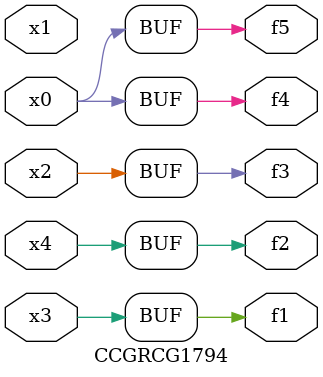
<source format=v>
module CCGRCG1794(
	input x0, x1, x2, x3, x4,
	output f1, f2, f3, f4, f5
);
	assign f1 = x3;
	assign f2 = x4;
	assign f3 = x2;
	assign f4 = x0;
	assign f5 = x0;
endmodule

</source>
